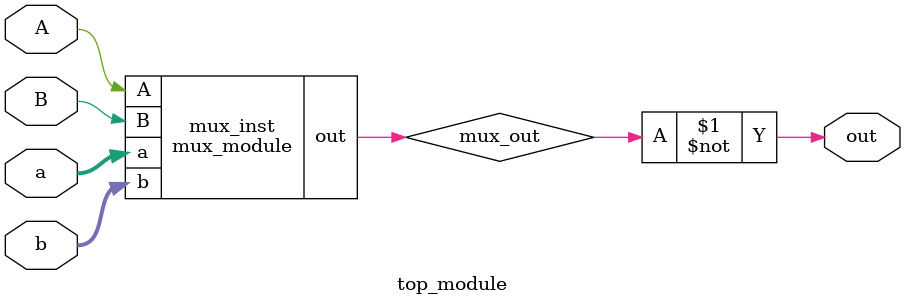
<source format=v>

module and_module (
    input [3:0] a,
    input [3:0] b,
    output [3:0] out
);
    assign out = a & b;
endmodule

module decoder_module (
    input [1:0] sel,
    output [3:0] out
);
    assign out = (sel == 2'b00) ? 4'b1110 :
                  (sel == 2'b01) ? 4'b1101 :
                  (sel == 2'b10) ? 4'b1011 :
                  (sel == 2'b11) ? 4'b0111 : 4'b0000;
endmodule

module mux_module (
    input [3:0] a,
    input [3:0] b,
    input A,
    input B,
    output out
);
    wire [3:0] and_out;
    wire [3:0] decoder_out;
    
    and_module and_inst (
        .a(a),
        .b(b),
        .out(and_out)
    );
    
    decoder_module decoder_inst (
        .sel({A, B}),
        .out(decoder_out)
    );
    
    assign out = (decoder_out == 4'b1110) ? and_out[0] :
                  (decoder_out == 4'b1101) ? and_out[1] :
                  (decoder_out == 4'b1011) ? and_out[2] :
                  (decoder_out == 4'b0111) ? and_out[3] : 1'b0;
endmodule

module top_module (
    input [3:0] a,
    input [3:0] b,
    input A,
    input B,
    output out
);
    wire mux_out;
    mux_module mux_inst (
        .a(a),
        .b(b),
        .A(A),
        .B(B),
        .out(mux_out)
    );
    
    assign out = ~mux_out;
endmodule

</source>
